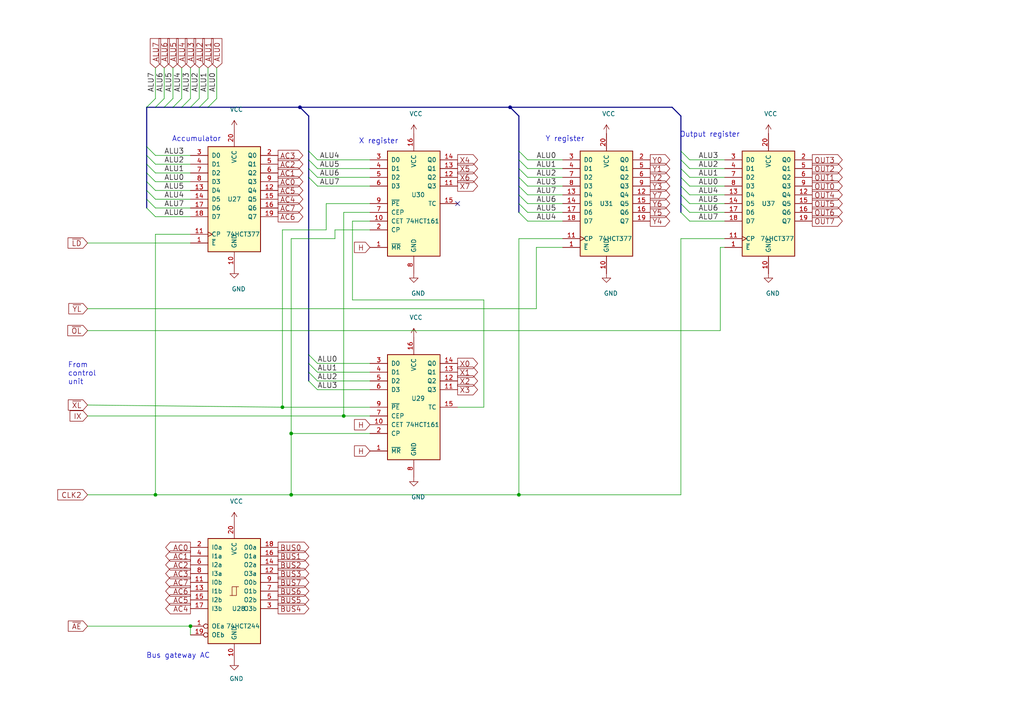
<source format=kicad_sch>
(kicad_sch (version 20211123) (generator eeschema)
  (paper "A4")
  (title_block (title "Gigatron User Registers") (date "2020-03-20") (rev "Release") (company "Marcel van Kervinck and Walter Belgers") (comment 1 "Only AC can write back to the bus and memory, the others are effectively write-only.") (comment 2 "Y is also used by the JMP instruction. OUT is the primary output register. ") (comment 3 "AC is the accumulator for calculations. X and Y are used to form memory addresses. ") (comment 4 "Besides PC there are four user registers: AC, X, Y and OUT, each has 8-bits."))
  (lib_symbols
    (symbol "74xx:74LS161" (pin_names (offset 1.016))
      (property "Reference" "U" (at -7.62 16.51 0))
      (property "Value" "74LS161" (at -7.62 -16.51 0))
      (symbol "74LS161_1_0"
        (pin input line (at -12.7 -12.7 0) (length 5.08) (name "~{MR}") (number "1"))
        (pin input line (at -12.7 -5.08 0) (length 5.08) (name "CET") (number "10"))
        (pin output line (at 12.7 5.08 180) (length 5.08) (name "Q3") (number "11"))
        (pin output line (at 12.7 7.62 180) (length 5.08) (name "Q2") (number "12"))
        (pin output line (at 12.7 10.16 180) (length 5.08) (name "Q1") (number "13"))
        (pin output line (at 12.7 12.7 180) (length 5.08) (name "Q0") (number "14"))
        (pin output line (at 12.7 0 180) (length 5.08) (name "TC") (number "15"))
        (pin power_in line (at 0 20.32 270) (length 5.08) (name "VCC") (number "16"))
        (pin input line (at -12.7 -7.62 0) (length 5.08) (name "CP") (number "2"))
        (pin input line (at -12.7 12.7 0) (length 5.08) (name "D0") (number "3"))
        (pin input line (at -12.7 10.16 0) (length 5.08) (name "D1") (number "4"))
        (pin input line (at -12.7 7.62 0) (length 5.08) (name "D2") (number "5"))
        (pin input line (at -12.7 5.08 0) (length 5.08) (name "D3") (number "6"))
        (pin input line (at -12.7 -2.54 0) (length 5.08) (name "CEP") (number "7"))
        (pin power_in line (at 0 -20.32 90) (length 5.08) (name "GND") (number "8"))
        (pin input line (at -12.7 0 0) (length 5.08) (name "~{PE}") (number "9"))
      )
      (symbol "74LS161_1_1"
        (rectangle (start -7.62 15.24) (end 7.62 -15.24) (stroke (width 0.254)) (fill (type background)))
      )
    )
    (symbol "74xx:74LS244" (pin_names (offset 1.016))
      (property "Reference" "U" (at -7.62 16.51 0))
      (property "Value" "74LS244" (at -7.62 -16.51 0))
      (symbol "74LS244_1_0"
        (polyline (pts (xy -0.635 -1.27) (xy -0.635 1.27) (xy 0.635 1.27)))
        (polyline (pts (xy -1.27 -1.27) (xy 0.635 -1.27) (xy 0.635 1.27) (xy 1.27 1.27)))
        (pin input inverted (at -12.7 -10.16 0) (length 5.08) (name "OEa") (number "1"))
        (pin power_in line (at 0 -20.32 90) (length 5.08) (name "GND") (number "10"))
        (pin input line (at -12.7 2.54 0) (length 5.08) (name "I0b") (number "11"))
        (pin tri_state line (at 12.7 5.08 180) (length 5.08) (name "O3a") (number "12"))
        (pin input line (at -12.7 0 0) (length 5.08) (name "I1b") (number "13"))
        (pin tri_state line (at 12.7 7.62 180) (length 5.08) (name "O2a") (number "14"))
        (pin input line (at -12.7 -2.54 0) (length 5.08) (name "I2b") (number "15"))
        (pin tri_state line (at 12.7 10.16 180) (length 5.08) (name "O1a") (number "16"))
        (pin input line (at -12.7 -5.08 0) (length 5.08) (name "I3b") (number "17"))
        (pin tri_state line (at 12.7 12.7 180) (length 5.08) (name "O0a") (number "18"))
        (pin input inverted (at -12.7 -12.7 0) (length 5.08) (name "OEb") (number "19"))
        (pin input line (at -12.7 12.7 0) (length 5.08) (name "I0a") (number "2"))
        (pin power_in line (at 0 20.32 270) (length 5.08) (name "VCC") (number "20"))
        (pin tri_state line (at 12.7 -5.08 180) (length 5.08) (name "O3b") (number "3"))
        (pin input line (at -12.7 10.16 0) (length 5.08) (name "I1a") (number "4"))
        (pin tri_state line (at 12.7 -2.54 180) (length 5.08) (name "O2b") (number "5"))
        (pin input line (at -12.7 7.62 0) (length 5.08) (name "I2a") (number "6"))
        (pin tri_state line (at 12.7 0 180) (length 5.08) (name "O1b") (number "7"))
        (pin input line (at -12.7 5.08 0) (length 5.08) (name "I3a") (number "8"))
        (pin tri_state line (at 12.7 2.54 180) (length 5.08) (name "O0b") (number "9"))
      )
      (symbol "74LS244_1_1"
        (rectangle (start -7.62 15.24) (end 7.62 -15.24) (stroke (width 0.254)) (fill (type background)))
      )
    )
    (symbol "74xx:74LS377" (pin_names (offset 1.016))
      (property "Reference" "U" (at -7.62 16.51 0))
      (property "Value" "74LS377" (at -7.62 -16.51 0))
      (symbol "74LS377_1_0"
        (pin input line (at -12.7 -12.7 0) (length 5.08) (name "~{E}") (number "1"))
        (pin power_in line (at 0 -20.32 90) (length 5.08) (name "GND") (number "10"))
        (pin input clock (at -12.7 -10.16 0) (length 5.08) (name "CP") (number "11"))
        (pin output line (at 12.7 2.54 180) (length 5.08) (name "Q4") (number "12"))
        (pin input line (at -12.7 2.54 0) (length 5.08) (name "D4") (number "13"))
        (pin input line (at -12.7 0 0) (length 5.08) (name "D5") (number "14"))
        (pin output line (at 12.7 0 180) (length 5.08) (name "Q5") (number "15"))
        (pin output line (at 12.7 -2.54 180) (length 5.08) (name "Q6") (number "16"))
        (pin input line (at -12.7 -2.54 0) (length 5.08) (name "D6") (number "17"))
        (pin input line (at -12.7 -5.08 0) (length 5.08) (name "D7") (number "18"))
        (pin output line (at 12.7 -5.08 180) (length 5.08) (name "Q7") (number "19"))
        (pin output line (at 12.7 12.7 180) (length 5.08) (name "Q0") (number "2"))
        (pin power_in line (at 0 20.32 270) (length 5.08) (name "VCC") (number "20"))
        (pin input line (at -12.7 12.7 0) (length 5.08) (name "D0") (number "3"))
        (pin input line (at -12.7 10.16 0) (length 5.08) (name "D1") (number "4"))
        (pin output line (at 12.7 10.16 180) (length 5.08) (name "Q1") (number "5"))
        (pin output line (at 12.7 7.62 180) (length 5.08) (name "Q2") (number "6"))
        (pin input line (at -12.7 7.62 0) (length 5.08) (name "D2") (number "7"))
        (pin input line (at -12.7 5.08 0) (length 5.08) (name "D3") (number "8"))
        (pin output line (at 12.7 5.08 180) (length 5.08) (name "Q3") (number "9"))
      )
      (symbol "74LS377_1_1"
        (rectangle (start -7.62 15.24) (end 7.62 -15.24) (stroke (width 0.254)) (fill (type background)))
      )
    )
    (symbol "power:GND" (power) (pin_names (offset 0))
      (property "Value" "GND" (at 0 -3.81 0))
      (symbol "GND_0_1"
        (polyline (pts (xy 0 0) (xy 0 -1.27) (xy 1.27 -1.27) (xy 0 -2.54) (xy -1.27 -1.27) (xy 0 -1.27)))
      )
      (symbol "GND_1_1"
        (pin power_in line (at 0 0 270) (length 0) hide (name "GND") (number "1"))
      )
    )
    (symbol "power:VCC" (power) (pin_names (offset 0))
      (property "Value" "VCC" (at 0 3.81 0))
      (symbol "VCC_0_1"
        (polyline (pts (xy -0.762 1.27) (xy 0 2.54)))
        (polyline (pts (xy 0 0) (xy 0 2.54)))
        (polyline (pts (xy 0 2.54) (xy 0.762 1.27)))
      )
      (symbol "VCC_1_1"
        (pin power_in line (at 0 0 90) (length 0) hide (name "VCC") (number "1"))
      )
    )
  )
  (junction (at 99.695 120.65))
  (junction (at 147.955 31.115))
  (junction (at 81.915 118.11))
  (junction (at 45.085 143.51))
  (junction (at 86.995 31.115))
  (junction (at 84.455 143.51))
  (junction (at 84.455 125.73))
  (junction (at 55.245 181.61))
  (junction (at 150.495 143.51))
  (no_connect (at 132.715 59.055))
  (bus_entry (at 89.535 105.41) (size 2.54 2.54))
  (bus_entry (at 42.545 57.785) (size 2.54 2.54))
  (bus_entry (at 60.325 28.575) (size -2.54 2.54))
  (bus_entry (at 47.625 28.575) (size -2.54 2.54))
  (bus_entry (at 150.495 43.815) (size 2.54 2.54))
  (bus_entry (at 42.545 55.245) (size 2.54 2.54))
  (bus_entry (at 150.495 53.975) (size 2.54 2.54))
  (bus_entry (at 42.545 52.705) (size 2.54 2.54))
  (bus_entry (at 42.545 60.325) (size 2.54 2.54))
  (bus_entry (at 197.485 46.355) (size 2.54 2.54))
  (bus_entry (at 197.485 48.895) (size 2.54 2.54))
  (bus_entry (at 57.785 28.575) (size -2.54 2.54))
  (bus_entry (at 150.495 59.055) (size 2.54 2.54))
  (bus_entry (at 89.535 46.355) (size 2.54 2.54))
  (bus_entry (at 89.535 43.815) (size 2.54 2.54))
  (bus_entry (at 197.485 56.515) (size 2.54 2.54))
  (bus_entry (at 150.495 46.355) (size 2.54 2.54))
  (bus_entry (at 62.865 28.575) (size -2.54 2.54))
  (bus_entry (at 197.485 53.975) (size 2.54 2.54))
  (bus_entry (at 42.545 50.165) (size 2.54 2.54))
  (bus_entry (at 150.495 61.595) (size 2.54 2.54))
  (bus_entry (at 89.535 51.435) (size 2.54 2.54))
  (bus_entry (at 150.495 56.515) (size 2.54 2.54))
  (bus_entry (at 42.545 42.545) (size 2.54 2.54))
  (bus_entry (at 42.545 45.085) (size 2.54 2.54))
  (bus_entry (at 52.705 28.575) (size -2.54 2.54))
  (bus_entry (at 55.245 28.575) (size -2.54 2.54))
  (bus_entry (at 197.485 51.435) (size 2.54 2.54))
  (bus_entry (at 150.495 51.435) (size 2.54 2.54))
  (bus_entry (at 89.535 110.49) (size 2.54 2.54))
  (bus_entry (at 89.535 102.87) (size 2.54 2.54))
  (bus_entry (at 197.485 61.595) (size 2.54 2.54))
  (bus_entry (at 150.495 48.895) (size 2.54 2.54))
  (bus_entry (at 42.545 47.625) (size 2.54 2.54))
  (bus_entry (at 89.535 107.95) (size 2.54 2.54))
  (bus_entry (at 50.165 28.575) (size -2.54 2.54))
  (bus_entry (at 45.085 28.575) (size -2.54 2.54))
  (bus_entry (at 197.485 43.815) (size 2.54 2.54))
  (bus_entry (at 197.485 59.055) (size 2.54 2.54))
  (bus_entry (at 89.535 48.895) (size 2.54 2.54))
  (wire (pts (xy 107.315 59.055) (xy 94.615 59.055)))
  (wire (pts (xy 107.315 46.355) (xy 92.075 46.355)))
  (wire (pts (xy 163.195 46.355) (xy 153.035 46.355)))
  (bus (pts (xy 86.995 31.115) (xy 147.955 31.115)))
  (wire (pts (xy 107.315 51.435) (xy 92.075 51.435)))
  (wire (pts (xy 107.315 66.675) (xy 97.155 66.675)))
  (wire (pts (xy 81.915 118.11) (xy 107.315 118.11)))
  (wire (pts (xy 55.245 57.785) (xy 45.085 57.785)))
  (bus (pts (xy 52.705 31.115) (xy 55.245 31.115)))
  (wire (pts (xy 55.245 55.245) (xy 45.085 55.245)))
  (wire (pts (xy 210.185 51.435) (xy 200.025 51.435)))
  (bus (pts (xy 89.535 43.815) (xy 89.535 46.355)))
  (wire (pts (xy 50.165 19.685) (xy 50.165 28.575)))
  (wire (pts (xy 25.4 117.475) (xy 81.915 118.11)))
  (bus (pts (xy 197.485 43.815) (xy 197.485 46.355)))
  (wire (pts (xy 84.455 69.215) (xy 84.455 125.73)))
  (wire (pts (xy 210.185 48.895) (xy 200.025 48.895)))
  (wire (pts (xy 210.185 71.755) (xy 208.915 71.755)))
  (wire (pts (xy 25.4 89.535) (xy 155.575 89.535)))
  (wire (pts (xy 97.155 69.215) (xy 84.455 69.215)))
  (wire (pts (xy 197.485 143.51) (xy 197.485 69.215)))
  (wire (pts (xy 155.575 71.755) (xy 163.195 71.755)))
  (wire (pts (xy 94.615 66.675) (xy 81.915 66.675)))
  (wire (pts (xy 153.035 59.055) (xy 163.195 59.055)))
  (bus (pts (xy 42.545 50.165) (xy 42.545 52.705)))
  (bus (pts (xy 197.485 48.895) (xy 197.485 51.435)))
  (wire (pts (xy 45.085 50.165) (xy 55.245 50.165)))
  (bus (pts (xy 150.495 51.435) (xy 150.495 53.975)))
  (bus (pts (xy 45.085 31.115) (xy 47.625 31.115)))
  (wire (pts (xy 25.4 181.61) (xy 55.245 181.61)))
  (bus (pts (xy 57.785 31.115) (xy 60.325 31.115)))
  (bus (pts (xy 89.535 105.41) (xy 89.535 107.95)))
  (wire (pts (xy 62.865 19.685) (xy 62.865 28.575)))
  (wire (pts (xy 210.185 53.975) (xy 200.025 53.975)))
  (bus (pts (xy 42.545 57.785) (xy 42.545 60.325)))
  (wire (pts (xy 150.495 143.51) (xy 197.485 143.51)))
  (wire (pts (xy 45.085 143.51) (xy 84.455 143.51)))
  (wire (pts (xy 140.335 118.11) (xy 132.715 118.11)))
  (bus (pts (xy 147.955 31.115) (xy 194.945 31.115)))
  (bus (pts (xy 150.495 46.355) (xy 150.495 48.895)))
  (wire (pts (xy 200.025 56.515) (xy 210.185 56.515)))
  (bus (pts (xy 89.535 51.435) (xy 89.535 102.87)))
  (wire (pts (xy 45.085 19.685) (xy 45.085 28.575)))
  (wire (pts (xy 25.4 95.885) (xy 208.915 95.885)))
  (wire (pts (xy 92.075 113.03) (xy 107.315 113.03)))
  (bus (pts (xy 42.545 42.545) (xy 42.545 45.085)))
  (bus (pts (xy 89.535 48.895) (xy 89.535 51.435)))
  (bus (pts (xy 150.495 53.975) (xy 150.495 56.515)))
  (bus (pts (xy 150.495 48.895) (xy 150.495 51.435)))
  (bus (pts (xy 89.535 46.355) (xy 89.535 48.895)))
  (wire (pts (xy 60.325 19.685) (xy 60.325 28.575)))
  (wire (pts (xy 55.245 181.61) (xy 55.245 184.15)))
  (wire (pts (xy 107.315 48.895) (xy 92.075 48.895)))
  (wire (pts (xy 97.155 66.675) (xy 97.155 69.215)))
  (wire (pts (xy 55.245 19.685) (xy 55.245 28.575)))
  (wire (pts (xy 47.625 19.685) (xy 47.625 28.575)))
  (bus (pts (xy 197.485 51.435) (xy 197.485 53.975)))
  (bus (pts (xy 89.535 102.87) (xy 89.535 105.41)))
  (bus (pts (xy 47.625 31.115) (xy 50.165 31.115)))
  (wire (pts (xy 45.085 52.705) (xy 55.245 52.705)))
  (wire (pts (xy 153.035 64.135) (xy 163.195 64.135)))
  (wire (pts (xy 140.335 86.995) (xy 140.335 118.11)))
  (bus (pts (xy 55.245 31.115) (xy 57.785 31.115)))
  (bus (pts (xy 86.995 31.115) (xy 89.535 33.655)))
  (wire (pts (xy 81.915 66.675) (xy 81.915 118.11)))
  (wire (pts (xy 163.195 69.215) (xy 150.495 69.215)))
  (bus (pts (xy 197.485 56.515) (xy 197.485 59.055)))
  (wire (pts (xy 107.315 64.135) (xy 102.235 64.135)))
  (bus (pts (xy 197.485 33.655) (xy 197.485 43.815)))
  (wire (pts (xy 197.485 69.215) (xy 210.185 69.215)))
  (wire (pts (xy 200.025 59.055) (xy 210.185 59.055)))
  (wire (pts (xy 107.315 53.975) (xy 92.075 53.975)))
  (wire (pts (xy 45.085 45.085) (xy 55.245 45.085)))
  (bus (pts (xy 42.545 31.115) (xy 45.085 31.115)))
  (wire (pts (xy 55.245 62.865) (xy 45.085 62.865)))
  (bus (pts (xy 42.545 55.245) (xy 42.545 57.785)))
  (wire (pts (xy 99.695 120.65) (xy 107.315 120.65)))
  (bus (pts (xy 194.945 31.115) (xy 197.485 33.655)))
  (wire (pts (xy 57.785 19.685) (xy 57.785 28.575)))
  (wire (pts (xy 92.075 107.95) (xy 107.315 107.95)))
  (wire (pts (xy 102.235 86.995) (xy 140.335 86.995)))
  (wire (pts (xy 84.455 125.73) (xy 84.455 143.51)))
  (bus (pts (xy 197.485 59.055) (xy 197.485 61.595)))
  (wire (pts (xy 84.455 143.51) (xy 150.495 143.51)))
  (wire (pts (xy 200.025 64.135) (xy 210.185 64.135)))
  (bus (pts (xy 150.495 33.655) (xy 150.495 43.815)))
  (wire (pts (xy 52.705 19.685) (xy 52.705 28.575)))
  (wire (pts (xy 150.495 69.215) (xy 150.495 143.51)))
  (wire (pts (xy 45.085 67.945) (xy 45.085 143.51)))
  (bus (pts (xy 60.325 31.115) (xy 86.995 31.115)))
  (bus (pts (xy 197.485 46.355) (xy 197.485 48.895)))
  (bus (pts (xy 150.495 59.055) (xy 150.495 61.595)))
  (wire (pts (xy 25.4 143.51) (xy 45.085 143.51)))
  (bus (pts (xy 150.495 56.515) (xy 150.495 59.055)))
  (bus (pts (xy 147.955 31.115) (xy 150.495 33.655)))
  (bus (pts (xy 50.165 31.115) (xy 52.705 31.115)))
  (bus (pts (xy 150.495 43.815) (xy 150.495 46.355)))
  (bus (pts (xy 89.535 107.95) (xy 89.535 110.49)))
  (wire (pts (xy 153.035 56.515) (xy 163.195 56.515)))
  (wire (pts (xy 25.4 70.485) (xy 55.245 70.485)))
  (wire (pts (xy 94.615 59.055) (xy 94.615 66.675)))
  (bus (pts (xy 197.485 53.975) (xy 197.485 56.515)))
  (wire (pts (xy 163.195 48.895) (xy 153.035 48.895)))
  (wire (pts (xy 102.235 64.135) (xy 102.235 86.995)))
  (bus (pts (xy 42.545 47.625) (xy 42.545 50.165)))
  (wire (pts (xy 92.075 110.49) (xy 107.315 110.49)))
  (wire (pts (xy 55.245 60.325) (xy 45.085 60.325)))
  (wire (pts (xy 163.195 53.975) (xy 153.035 53.975)))
  (bus (pts (xy 89.535 33.655) (xy 89.535 43.815)))
  (wire (pts (xy 92.075 105.41) (xy 107.315 105.41)))
  (wire (pts (xy 210.185 46.355) (xy 200.025 46.355)))
  (wire (pts (xy 99.695 61.595) (xy 99.695 120.65)))
  (wire (pts (xy 55.245 67.945) (xy 45.085 67.945)))
  (wire (pts (xy 200.025 61.595) (xy 210.185 61.595)))
  (wire (pts (xy 163.195 51.435) (xy 153.035 51.435)))
  (wire (pts (xy 25.4 120.65) (xy 99.695 120.65)))
  (bus (pts (xy 42.545 45.085) (xy 42.545 47.625)))
  (wire (pts (xy 208.915 71.755) (xy 208.915 95.885)))
  (wire (pts (xy 107.315 125.73) (xy 84.455 125.73)))
  (wire (pts (xy 45.085 47.625) (xy 55.245 47.625)))
  (wire (pts (xy 107.315 61.595) (xy 99.695 61.595)))
  (wire (pts (xy 155.575 89.535) (xy 155.575 71.755)))
  (bus (pts (xy 42.545 52.705) (xy 42.545 55.245)))
  (wire (pts (xy 153.035 61.595) (xy 163.195 61.595)))
  (bus (pts (xy 42.545 31.115) (xy 42.545 42.545)))
  (text "Accumulator\n" (at 64.135 41.275 180) (effects (font (size 1.524 1.524)) (justify right bottom)))
  (text "Output register" (at 214.63 40.005 180) (effects (font (size 1.524 1.524)) (justify right bottom)))
  (text "Bus gateway AC" (at 60.96 191.135 180) (effects (font (size 1.524 1.524)) (justify right bottom)))
  (text "X register" (at 115.57 41.91 180) (effects (font (size 1.524 1.524)) (justify right bottom)))
  (text "Y register" (at 169.545 41.275 180) (effects (font (size 1.524 1.524)) (justify right bottom)))
  (text "From\ncontrol\nunit" (at 19.685 111.76 0) (effects (font (size 1.524 1.524)) (justify left bottom)))
  (label "ALU3" (at 92.075 113.03 0) (effects (font (size 1.524 1.524))))
  (label "ALU0" (at 47.625 52.705 0) (effects (font (size 1.524 1.524))))
  (label "ALU4" (at 47.625 57.785 0) (effects (font (size 1.524 1.524))))
  (label "ALU6" (at 47.625 62.865 0) (effects (font (size 1.524 1.524))))
  (label "ALU3" (at 47.625 45.085 0) (effects (font (size 1.524 1.524))))
  (label "ALU1" (at 155.575 48.895 0) (effects (font (size 1.524 1.524))))
  (label "ALU0" (at 62.865 20.955 270) (effects (font (size 1.524 1.524))))
  (label "ALU2" (at 92.075 110.49 0) (effects (font (size 1.524 1.524))))
  (label "ALU5" (at 92.71 48.895 0) (effects (font (size 1.524 1.524))))
  (label "ALU3" (at 55.245 20.955 270) (effects (font (size 1.524 1.524))))
  (label "ALU6" (at 47.625 20.955 270) (effects (font (size 1.524 1.524))))
  (label "ALU0" (at 202.565 53.975 0) (effects (font (size 1.524 1.524))))
  (label "ALU7" (at 202.565 64.135 0) (effects (font (size 1.524 1.524))))
  (label "ALU7" (at 47.625 60.325 0) (effects (font (size 1.524 1.524))))
  (label "ALU3" (at 155.575 53.975 0) (effects (font (size 1.524 1.524))))
  (label "ALU4" (at 92.71 46.355 0) (effects (font (size 1.524 1.524))))
  (label "ALU2" (at 47.625 47.625 0) (effects (font (size 1.524 1.524))))
  (label "ALU5" (at 50.165 20.955 270) (effects (font (size 1.524 1.524))))
  (label "ALU7" (at 92.71 53.975 0) (effects (font (size 1.524 1.524))))
  (label "ALU4" (at 52.705 20.955 270) (effects (font (size 1.524 1.524))))
  (label "ALU1" (at 92.075 107.95 0) (effects (font (size 1.524 1.524))))
  (label "ALU5" (at 202.565 59.055 0) (effects (font (size 1.524 1.524))))
  (label "ALU7" (at 155.575 56.515 0) (effects (font (size 1.524 1.524))))
  (label "ALU3" (at 202.565 46.355 0) (effects (font (size 1.524 1.524))))
  (label "ALU5" (at 47.625 55.245 0) (effects (font (size 1.524 1.524))))
  (label "ALU7" (at 45.085 20.955 270) (effects (font (size 1.524 1.524))))
  (label "ALU6" (at 155.575 59.055 0) (effects (font (size 1.524 1.524))))
  (label "ALU0" (at 155.575 46.355 0) (effects (font (size 1.524 1.524))))
  (label "ALU2" (at 202.565 48.895 0) (effects (font (size 1.524 1.524))))
  (label "ALU1" (at 202.565 51.435 0) (effects (font (size 1.524 1.524))))
  (label "ALU2" (at 57.785 20.955 270) (effects (font (size 1.524 1.524))))
  (label "ALU4" (at 155.575 64.135 0) (effects (font (size 1.524 1.524))))
  (label "ALU4" (at 202.565 56.515 0) (effects (font (size 1.524 1.524))))
  (label "ALU6" (at 92.71 51.435 0) (effects (font (size 1.524 1.524))))
  (label "ALU2" (at 155.575 51.435 0) (effects (font (size 1.524 1.524))))
  (label "ALU1" (at 47.625 50.165 0) (effects (font (size 1.524 1.524))))
  (label "ALU0" (at 92.075 105.41 0) (effects (font (size 1.524 1.524))))
  (label "ALU1" (at 60.325 20.955 270) (effects (font (size 1.524 1.524))))
  (label "ALU5" (at 155.575 61.595 0) (effects (font (size 1.524 1.524))))
  (label "ALU6" (at 202.565 61.595 0) (effects (font (size 1.524 1.524))))
  (global_label "Y3" (shape output) (at 188.595 53.975 0) (effects (font (size 1.524 1.524))) (property "Intersheet References" "${INTERSHEET_REFS}" (effects hide)))
  (global_label "Y7" (shape output) (at 188.595 56.515 0) (effects (font (size 1.524 1.524))) (property "Intersheet References" "${INTERSHEET_REFS}" (effects hide)))
  (global_label "BUS4" (shape output) (at 80.645 176.53 0) (effects (font (size 1.524 1.524))) (property "Intersheet References" "${INTERSHEET_REFS}" (effects hide)))
  (global_label "BUS3" (shape output) (at 80.645 166.37 0) (effects (font (size 1.524 1.524))) (property "Intersheet References" "${INTERSHEET_REFS}" (effects hide)))
  (global_label "H" (shape input) (at 107.315 71.755 180) (effects (font (size 1.524 1.524))) (property "Intersheet References" "${INTERSHEET_REFS}" (effects hide)))
  (global_label "OUT0" (shape output) (at 235.585 53.975 0) (effects (font (size 1.524 1.524))) (property "Intersheet References" "${INTERSHEET_REFS}" (effects hide)))
  (global_label "Y4" (shape output) (at 188.595 64.135 0) (effects (font (size 1.524 1.524))) (property "Intersheet References" "${INTERSHEET_REFS}" (effects hide)))
  (global_label "X7" (shape output) (at 132.715 53.975 0) (effects (font (size 1.524 1.524))) (property "Intersheet References" "${INTERSHEET_REFS}" (effects hide)))
  (global_label "AC3" (shape output) (at 55.245 166.37 180) (effects (font (size 1.524 1.524))) (property "Intersheet References" "${INTERSHEET_REFS}" (effects hide)))
  (global_label "~{LD}" (shape input) (at 25.4 70.485 180) (effects (font (size 1.524 1.524))) (property "Intersheet References" "${INTERSHEET_REFS}" (effects hide)))
  (global_label "AC4" (shape output) (at 55.245 176.53 180) (effects (font (size 1.524 1.524))) (property "Intersheet References" "${INTERSHEET_REFS}" (effects hide)))
  (global_label "OUT2" (shape output) (at 235.585 48.895 0) (effects (font (size 1.524 1.524))) (property "Intersheet References" "${INTERSHEET_REFS}" (effects hide)))
  (global_label "~{OL}" (shape input) (at 25.4 95.885 180) (effects (font (size 1.524 1.524))) (property "Intersheet References" "${INTERSHEET_REFS}" (effects hide)))
  (global_label "X3" (shape output) (at 132.715 113.03 0) (effects (font (size 1.524 1.524))) (property "Intersheet References" "${INTERSHEET_REFS}" (effects hide)))
  (global_label "OUT3" (shape output) (at 235.585 46.355 0) (effects (font (size 1.524 1.524))) (property "Intersheet References" "${INTERSHEET_REFS}" (effects hide)))
  (global_label "Y5" (shape output) (at 188.595 61.595 0) (effects (font (size 1.524 1.524))) (property "Intersheet References" "${INTERSHEET_REFS}" (effects hide)))
  (global_label "Y2" (shape output) (at 188.595 51.435 0) (effects (font (size 1.524 1.524))) (property "Intersheet References" "${INTERSHEET_REFS}" (effects hide)))
  (global_label "X2" (shape output) (at 132.715 110.49 0) (effects (font (size 1.524 1.524))) (property "Intersheet References" "${INTERSHEET_REFS}" (effects hide)))
  (global_label "~{XL}" (shape input) (at 25.4 117.475 180) (effects (font (size 1.524 1.524))) (property "Intersheet References" "${INTERSHEET_REFS}" (effects hide)))
  (global_label "ALU4" (shape input) (at 52.705 19.685 90) (effects (font (size 1.524 1.524))) (property "Intersheet References" "${INTERSHEET_REFS}" (effects hide)))
  (global_label "AC5" (shape output) (at 55.245 173.99 180) (effects (font (size 1.524 1.524))) (property "Intersheet References" "${INTERSHEET_REFS}" (effects hide)))
  (global_label "AC6" (shape output) (at 55.245 171.45 180) (effects (font (size 1.524 1.524))) (property "Intersheet References" "${INTERSHEET_REFS}" (effects hide)))
  (global_label "AC2" (shape output) (at 55.245 163.83 180) (effects (font (size 1.524 1.524))) (property "Intersheet References" "${INTERSHEET_REFS}" (effects hide)))
  (global_label "BUS1" (shape output) (at 80.645 161.29 0) (effects (font (size 1.524 1.524))) (property "Intersheet References" "${INTERSHEET_REFS}" (effects hide)))
  (global_label "ALU1" (shape input) (at 60.325 19.685 90) (effects (font (size 1.524 1.524))) (property "Intersheet References" "${INTERSHEET_REFS}" (effects hide)))
  (global_label "AC4" (shape output) (at 80.645 57.785 0) (effects (font (size 1.524 1.524))) (property "Intersheet References" "${INTERSHEET_REFS}" (effects hide)))
  (global_label "OUT6" (shape output) (at 235.585 61.595 0) (effects (font (size 1.524 1.524))) (property "Intersheet References" "${INTERSHEET_REFS}" (effects hide)))
  (global_label "X4" (shape output) (at 132.715 46.355 0) (effects (font (size 1.524 1.524))) (property "Intersheet References" "${INTERSHEET_REFS}" (effects hide)))
  (global_label "~{AE}" (shape input) (at 25.4 181.61 180) (effects (font (size 1.524 1.524))) (property "Intersheet References" "${INTERSHEET_REFS}" (effects hide)))
  (global_label "BUS0" (shape output) (at 80.645 158.75 0) (effects (font (size 1.524 1.524))) (property "Intersheet References" "${INTERSHEET_REFS}" (effects hide)))
  (global_label "AC2" (shape output) (at 80.645 47.625 0) (effects (font (size 1.524 1.524))) (property "Intersheet References" "${INTERSHEET_REFS}" (effects hide)))
  (global_label "OUT5" (shape output) (at 235.585 59.055 0) (effects (font (size 1.524 1.524))) (property "Intersheet References" "${INTERSHEET_REFS}" (effects hide)))
  (global_label "BUS7" (shape output) (at 80.645 168.91 0) (effects (font (size 1.524 1.524))) (property "Intersheet References" "${INTERSHEET_REFS}" (effects hide)))
  (global_label "ALU6" (shape input) (at 47.625 19.685 90) (effects (font (size 1.524 1.524))) (property "Intersheet References" "${INTERSHEET_REFS}" (effects hide)))
  (global_label "ALU5" (shape input) (at 50.165 19.685 90) (effects (font (size 1.524 1.524))) (property "Intersheet References" "${INTERSHEET_REFS}" (effects hide)))
  (global_label "BUS6" (shape output) (at 80.645 171.45 0) (effects (font (size 1.524 1.524))) (property "Intersheet References" "${INTERSHEET_REFS}" (effects hide)))
  (global_label "IX" (shape input) (at 25.4 120.65 180) (effects (font (size 1.524 1.524))) (property "Intersheet References" "${INTERSHEET_REFS}" (effects hide)))
  (global_label "BUS5" (shape output) (at 80.645 173.99 0) (effects (font (size 1.524 1.524))) (property "Intersheet References" "${INTERSHEET_REFS}" (effects hide)))
  (global_label "ALU3" (shape input) (at 55.245 19.685 90) (effects (font (size 1.524 1.524))) (property "Intersheet References" "${INTERSHEET_REFS}" (effects hide)))
  (global_label "X1" (shape output) (at 132.715 107.95 0) (effects (font (size 1.524 1.524))) (property "Intersheet References" "${INTERSHEET_REFS}" (effects hide)))
  (global_label "H" (shape input) (at 107.315 123.19 180) (effects (font (size 1.524 1.524))) (property "Intersheet References" "${INTERSHEET_REFS}" (effects hide)))
  (global_label "OUT1" (shape output) (at 235.585 51.435 0) (effects (font (size 1.524 1.524))) (property "Intersheet References" "${INTERSHEET_REFS}" (effects hide)))
  (global_label "X5" (shape output) (at 132.715 48.895 0) (effects (font (size 1.524 1.524))) (property "Intersheet References" "${INTERSHEET_REFS}" (effects hide)))
  (global_label "AC0" (shape output) (at 55.245 158.75 180) (effects (font (size 1.524 1.524))) (property "Intersheet References" "${INTERSHEET_REFS}" (effects hide)))
  (global_label "~{YL}" (shape input) (at 25.4 89.535 180) (effects (font (size 1.524 1.524))) (property "Intersheet References" "${INTERSHEET_REFS}" (effects hide)))
  (global_label "AC3" (shape output) (at 80.645 45.085 0) (effects (font (size 1.524 1.524))) (property "Intersheet References" "${INTERSHEET_REFS}" (effects hide)))
  (global_label "AC6" (shape output) (at 80.645 62.865 0) (effects (font (size 1.524 1.524))) (property "Intersheet References" "${INTERSHEET_REFS}" (effects hide)))
  (global_label "ALU7" (shape input) (at 45.085 19.685 90) (effects (font (size 1.524 1.524))) (property "Intersheet References" "${INTERSHEET_REFS}" (effects hide)))
  (global_label "OUT7" (shape output) (at 235.585 64.135 0) (effects (font (size 1.524 1.524))) (property "Intersheet References" "${INTERSHEET_REFS}" (effects hide)))
  (global_label "X0" (shape output) (at 132.715 105.41 0) (effects (font (size 1.524 1.524))) (property "Intersheet References" "${INTERSHEET_REFS}" (effects hide)))
  (global_label "AC7" (shape output) (at 55.245 168.91 180) (effects (font (size 1.524 1.524))) (property "Intersheet References" "${INTERSHEET_REFS}" (effects hide)))
  (global_label "AC1" (shape output) (at 80.645 50.165 0) (effects (font (size 1.524 1.524))) (property "Intersheet References" "${INTERSHEET_REFS}" (effects hide)))
  (global_label "ALU0" (shape input) (at 62.865 19.685 90) (effects (font (size 1.524 1.524))) (property "Intersheet References" "${INTERSHEET_REFS}" (effects hide)))
  (global_label "AC1" (shape output) (at 55.245 161.29 180) (effects (font (size 1.524 1.524))) (property "Intersheet References" "${INTERSHEET_REFS}" (effects hide)))
  (global_label "Y0" (shape output) (at 188.595 46.355 0) (effects (font (size 1.524 1.524))) (property "Intersheet References" "${INTERSHEET_REFS}" (effects hide)))
  (global_label "OUT4" (shape output) (at 235.585 56.515 0) (effects (font (size 1.524 1.524))) (property "Intersheet References" "${INTERSHEET_REFS}" (effects hide)))
  (global_label "AC7" (shape output) (at 80.645 60.325 0) (effects (font (size 1.524 1.524))) (property "Intersheet References" "${INTERSHEET_REFS}" (effects hide)))
  (global_label "ALU2" (shape input) (at 57.785 19.685 90) (effects (font (size 1.524 1.524))) (property "Intersheet References" "${INTERSHEET_REFS}" (effects hide)))
  (global_label "Y1" (shape output) (at 188.595 48.895 0) (effects (font (size 1.524 1.524))) (property "Intersheet References" "${INTERSHEET_REFS}" (effects hide)))
  (global_label "H" (shape input) (at 107.315 130.81 180) (effects (font (size 1.524 1.524))) (property "Intersheet References" "${INTERSHEET_REFS}" (effects hide)))
  (global_label "AC5" (shape output) (at 80.645 55.245 0) (effects (font (size 1.524 1.524))) (property "Intersheet References" "${INTERSHEET_REFS}" (effects hide)))
  (global_label "CLK2" (shape input) (at 25.4 143.51 180) (effects (font (size 1.524 1.524))) (property "Intersheet References" "${INTERSHEET_REFS}" (effects hide)))
  (global_label "X6" (shape output) (at 132.715 51.435 0) (effects (font (size 1.524 1.524))) (property "Intersheet References" "${INTERSHEET_REFS}" (effects hide)))
  (global_label "Y6" (shape output) (at 188.595 59.055 0) (effects (font (size 1.524 1.524))) (property "Intersheet References" "${INTERSHEET_REFS}" (effects hide)))
  (global_label "BUS2" (shape output) (at 80.645 163.83 0) (effects (font (size 1.524 1.524))) (property "Intersheet References" "${INTERSHEET_REFS}" (effects hide)))
  (global_label "AC0" (shape output) (at 80.645 52.705 0) (effects (font (size 1.524 1.524))) (property "Intersheet References" "${INTERSHEET_REFS}" (effects hide)))
  (symbol (lib_id "74xx:74LS377") (at 67.945 57.785 0) (unit 1)
    (property "Reference" "U27" (at 67.945 57.785 0))
    (property "Value" "74HCT377" (at 70.485 67.945 0))
    (property "Footprint" "Package_DIP:DIP-20_W7.62mm" (effects hide))
  )
  (symbol (lib_id "74xx:74LS377") (at 175.895 59.055 0) (unit 1)
    (property "Reference" "U31" (at 175.895 59.055 0))
    (property "Value" "74HCT377" (at 178.435 69.215 0))
    (property "Footprint" "Package_DIP:DIP-20_W7.62mm" (effects hide))
  )
  (symbol (lib_id "74xx:74LS161") (at 120.015 59.055 0) (unit 1)
    (property "Reference" "U30" (at 121.285 56.515 0))
    (property "Value" "74HCT161" (at 122.555 64.135 0))
    (property "Footprint" "Package_DIP:DIP-16_W7.62mm" (effects hide))
  )
  (symbol (lib_id "74xx:74LS161") (at 120.015 118.11 0) (unit 1)
    (property "Reference" "U29" (at 121.285 115.57 0))
    (property "Value" "74HCT161" (at 122.555 123.19 0))
    (property "Footprint" "Package_DIP:DIP-16_W7.62mm" (effects hide))
  )
  (symbol (lib_id "74xx:74LS377") (at 222.885 59.055 0) (unit 1)
    (property "Reference" "U37" (at 222.885 59.055 0))
    (property "Value" "74HCT377" (at 225.425 69.215 0))
    (property "Footprint" "Package_DIP:DIP-20_W7.62mm" (effects hide))
  )
  (symbol (lib_id "74xx:74LS244") (at 67.945 171.45 0) (unit 1)
    (property "Reference" "U28" (at 69.215 176.53 0))
    (property "Value" "74HCT244" (at 70.485 181.61 0))
    (property "Footprint" "Package_DIP:DIP-20_W7.62mm" (effects hide))
  )
  (symbol (lib_id "power:GND") (at 67.945 78.105 0) (unit 1)
    (property "Reference" "#PWR0153" (effects hide))
    (property "Value" "GND" (at 69.215 83.82 0))
  )
  (symbol (lib_id "power:VCC") (at 67.945 37.465 0) (unit 1)
    (property "Reference" "#PWR0154" (effects hide))
    (property "Value" "VCC" (at 68.58 31.75 0))
  )
  (symbol (lib_id "power:GND") (at 120.015 79.375 0) (unit 1)
    (property "Reference" "#PWR0155" (effects hide))
    (property "Value" "GND" (at 121.285 85.09 0))
  )
  (symbol (lib_id "power:VCC") (at 120.015 38.735 0) (unit 1)
    (property "Reference" "#PWR0156" (effects hide))
    (property "Value" "VCC" (at 120.65 33.02 0))
  )
  (symbol (lib_id "power:GND") (at 175.895 79.375 0) (unit 1)
    (property "Reference" "#PWR0157" (effects hide))
    (property "Value" "GND" (at 177.165 85.09 0))
  )
  (symbol (lib_id "power:VCC") (at 175.895 38.735 0) (unit 1)
    (property "Reference" "#PWR0158" (effects hide))
    (property "Value" "VCC" (at 176.53 33.02 0))
  )
  (symbol (lib_id "power:GND") (at 222.885 79.375 0) (unit 1)
    (property "Reference" "#PWR0159" (effects hide))
    (property "Value" "GND" (at 224.155 85.09 0))
  )
  (symbol (lib_id "power:VCC") (at 222.885 38.735 0) (unit 1)
    (property "Reference" "#PWR0160" (effects hide))
    (property "Value" "VCC" (at 223.52 33.02 0))
  )
  (symbol (lib_id "power:GND") (at 67.945 191.77 0) (unit 1)
    (property "Reference" "#PWR0161" (effects hide))
    (property "Value" "GND" (at 68.58 196.85 0))
  )
  (symbol (lib_id "power:VCC") (at 67.945 151.13 0) (unit 1)
    (property "Reference" "#PWR0162" (effects hide))
    (property "Value" "VCC" (at 68.58 145.415 0))
  )
  (symbol (lib_id "power:GND") (at 120.015 138.43 0) (unit 1)
    (property "Reference" "#PWR0163" (effects hide))
    (property "Value" "GND" (at 121.285 144.145 0))
  )
  (symbol (lib_id "power:VCC") (at 120.015 97.79 0) (unit 1)
    (property "Reference" "#PWR0164" (effects hide))
    (property "Value" "VCC" (at 120.65 92.075 0))
  )
)
</source>
